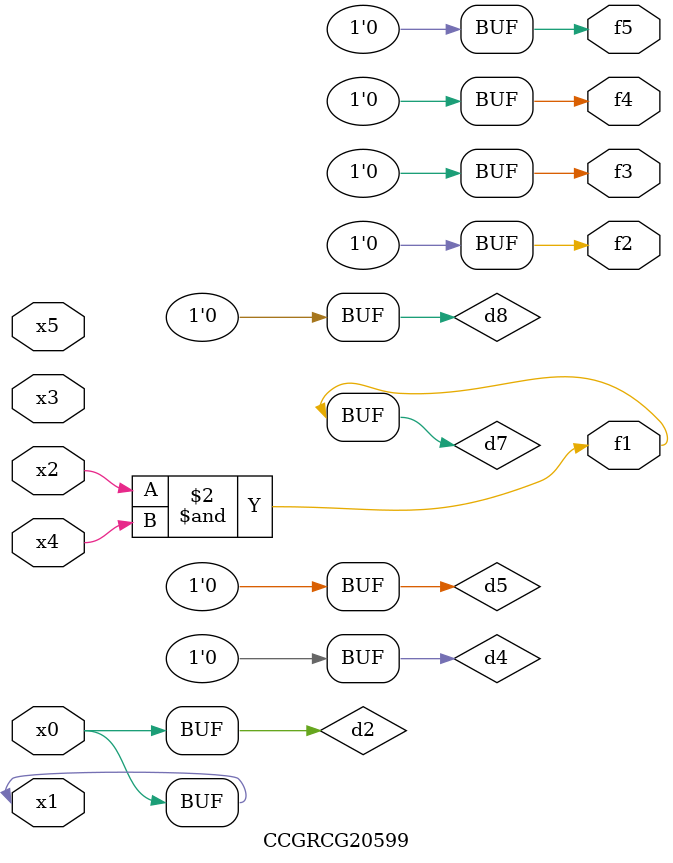
<source format=v>
module CCGRCG20599(
	input x0, x1, x2, x3, x4, x5,
	output f1, f2, f3, f4, f5
);

	wire d1, d2, d3, d4, d5, d6, d7, d8, d9;

	nand (d1, x1);
	buf (d2, x0, x1);
	nand (d3, x2, x4);
	and (d4, d1, d2);
	and (d5, d1, d2);
	nand (d6, d1, d3);
	not (d7, d3);
	xor (d8, d5);
	nor (d9, d5, d6);
	assign f1 = d7;
	assign f2 = d8;
	assign f3 = d8;
	assign f4 = d8;
	assign f5 = d8;
endmodule

</source>
